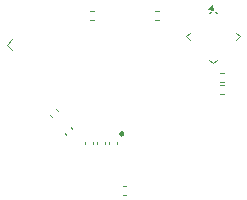
<source format=gbr>
%TF.GenerationSoftware,KiCad,Pcbnew,8.0.9-8.0.9-0~ubuntu20.04.1*%
%TF.CreationDate,2025-06-12T23:45:12+01:00*%
%TF.ProjectId,nfc-pcb-tag,6e66632d-7063-4622-9d74-61672e6b6963,rev?*%
%TF.SameCoordinates,Original*%
%TF.FileFunction,Legend,Bot*%
%TF.FilePolarity,Positive*%
%FSLAX46Y46*%
G04 Gerber Fmt 4.6, Leading zero omitted, Abs format (unit mm)*
G04 Created by KiCad (PCBNEW 8.0.9-8.0.9-0~ubuntu20.04.1) date 2025-06-12 23:45:12*
%MOMM*%
%LPD*%
G01*
G04 APERTURE LIST*
%ADD10C,0.120000*%
%ADD11C,0.250000*%
G04 APERTURE END LIST*
D10*
%TO.C,R4*%
X69903641Y-31870000D02*
X69596359Y-31870000D01*
X69903641Y-32630000D02*
X69596359Y-32630000D01*
%TO.C,R2*%
X80596359Y-38120000D02*
X80903641Y-38120000D01*
X80596359Y-38880000D02*
X80903641Y-38880000D01*
D11*
%TO.C,IC1*%
X72375000Y-42250000D02*
G75*
G02*
X72125000Y-42250000I-125000J0D01*
G01*
X72125000Y-42250000D02*
G75*
G02*
X72375000Y-42250000I125000J0D01*
G01*
D10*
%TO.C,R1*%
X80596359Y-37120000D02*
X80903641Y-37120000D01*
X80596359Y-37880000D02*
X80903641Y-37880000D01*
%TO.C,J1*%
X62504936Y-34699013D02*
X62953949Y-34250000D01*
X62953949Y-35148026D02*
X62504936Y-34699013D01*
%TO.C,R3*%
X75403641Y-31870000D02*
X75096359Y-31870000D01*
X75403641Y-32630000D02*
X75096359Y-32630000D01*
%TO.C,U1*%
X77723116Y-34000000D02*
X78041314Y-33681802D01*
X78041314Y-34318198D02*
X77723116Y-34000000D01*
X79681802Y-35958686D02*
X80000000Y-36276884D01*
X79787868Y-31935248D02*
X79681802Y-32041314D01*
X80000000Y-36276884D02*
X80318198Y-35958686D01*
X80169706Y-31892822D02*
X80318198Y-32041314D01*
X81958686Y-33681802D02*
X82276884Y-34000000D01*
X82276884Y-34000000D02*
X81958686Y-34318198D01*
X80000000Y-31723116D02*
X79596949Y-31659477D01*
X79936360Y-31320065D01*
X80000000Y-31723116D01*
G36*
X80000000Y-31723116D02*
G01*
X79596949Y-31659477D01*
X79936360Y-31320065D01*
X80000000Y-31723116D01*
G37*
%TO.C,C2*%
X66169190Y-40678307D02*
X66321693Y-40830810D01*
X66678307Y-40169190D02*
X66830810Y-40321693D01*
%TO.C,C6*%
X67419190Y-42178307D02*
X67571693Y-42330810D01*
X67928307Y-41669190D02*
X68080810Y-41821693D01*
%TO.C,R5*%
X72346359Y-46620000D02*
X72653641Y-46620000D01*
X72346359Y-47380000D02*
X72653641Y-47380000D01*
%TO.C,C3*%
X70140000Y-43107836D02*
X70140000Y-42892164D01*
X70860000Y-43107836D02*
X70860000Y-42892164D01*
%TO.C,C1*%
X71140000Y-42892164D02*
X71140000Y-43107836D01*
X71860000Y-42892164D02*
X71860000Y-43107836D01*
%TO.C,C7*%
X69140000Y-42892164D02*
X69140000Y-43107836D01*
X69860000Y-42892164D02*
X69860000Y-43107836D01*
%TD*%
M02*

</source>
